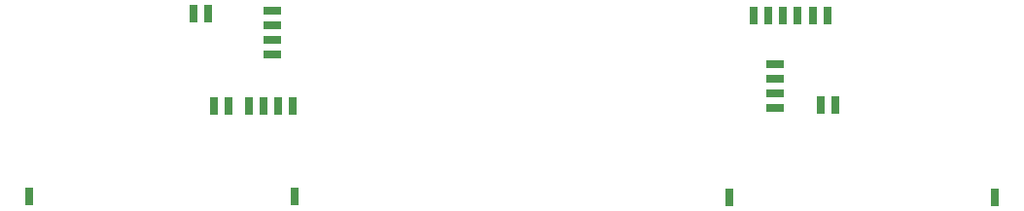
<source format=gbr>
%TF.GenerationSoftware,KiCad,Pcbnew,8.0.1*%
%TF.CreationDate,2024-08-12T12:56:14+02:00*%
%TF.ProjectId,Test_NH,54657374-5f4e-4482-9e6b-696361645f70,rev?*%
%TF.SameCoordinates,Original*%
%TF.FileFunction,Soldermask,Bot*%
%TF.FilePolarity,Negative*%
%FSLAX46Y46*%
G04 Gerber Fmt 4.6, Leading zero omitted, Abs format (unit mm)*
G04 Created by KiCad (PCBNEW 8.0.1) date 2024-08-12 12:56:14*
%MOMM*%
%LPD*%
G01*
G04 APERTURE LIST*
%ADD10R,0.800000X1.524000*%
%ADD11R,1.524000X0.800000*%
G04 APERTURE END LIST*
D10*
%TO.C,J6*%
X130390000Y-115365000D03*
%TD*%
%TO.C,MK2*%
X176170000Y-107425000D03*
X177440000Y-107425000D03*
%TD*%
%TO.C,J1*%
X130220000Y-107480000D03*
X128950000Y-107480000D03*
X127680000Y-107480000D03*
X126410000Y-107480000D03*
%TD*%
%TO.C,J7*%
X174120000Y-99665000D03*
X172850000Y-99665000D03*
X171580000Y-99665000D03*
X170310000Y-99665000D03*
%TD*%
%TO.C,J5*%
X107230000Y-115385000D03*
%TD*%
%TO.C,LS1*%
X175470000Y-99670000D03*
X176740000Y-99670000D03*
%TD*%
%TO.C,J12*%
X191340000Y-115435000D03*
%TD*%
D11*
%TO.C,J2*%
X128415000Y-99230000D03*
X128415000Y-100500000D03*
X128415000Y-101770000D03*
X128415000Y-103040000D03*
%TD*%
D10*
%TO.C,LS1*%
X124620000Y-107525000D03*
X123350000Y-107525000D03*
%TD*%
%TO.C,J11*%
X168170000Y-115455000D03*
%TD*%
%TO.C,MK1*%
X122820000Y-99505000D03*
X121550000Y-99505000D03*
%TD*%
D11*
%TO.C,J8*%
X172160000Y-107675000D03*
X172160000Y-106405000D03*
X172160000Y-105135000D03*
X172160000Y-103865000D03*
%TD*%
M02*

</source>
